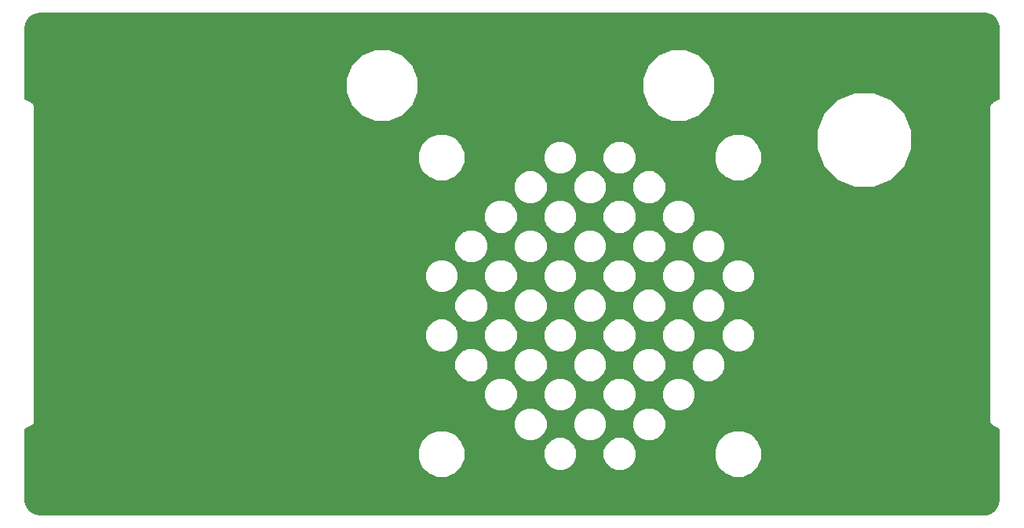
<source format=gtl>
G04 #@! TF.GenerationSoftware,KiCad,Pcbnew,5.0.2-bee76a0~70~ubuntu16.04.1*
G04 #@! TF.CreationDate,2019-08-25T20:37:00-07:00*
G04 #@! TF.ProjectId,endcap,656e6463-6170-42e6-9b69-6361645f7063,rev?*
G04 #@! TF.SameCoordinates,PX2faf080PY2faf080*
G04 #@! TF.FileFunction,Copper,L1,Top*
G04 #@! TF.FilePolarity,Positive*
%FSLAX46Y46*%
G04 Gerber Fmt 4.6, Leading zero omitted, Abs format (unit mm)*
G04 Created by KiCad (PCBNEW 5.0.2-bee76a0~70~ubuntu16.04.1) date Sun 25 Aug 2019 08:37:00 PM PDT*
%MOMM*%
%LPD*%
G01*
G04 APERTURE LIST*
G04 #@! TA.AperFunction,ComponentPad*
%ADD10C,4.900000*%
G04 #@! TD*
G04 #@! TA.AperFunction,Conductor*
%ADD11C,0.200000*%
G04 #@! TD*
G04 APERTURE END LIST*
D10*
G04 #@! TO.P,MH1,1*
G04 #@! TO.N,Earth*
X4875000Y-3750000D03*
G04 #@! TD*
G04 #@! TO.P,MH2,1*
G04 #@! TO.N,Earth*
X101125000Y-3750000D03*
G04 #@! TD*
G04 #@! TO.P,MH3,1*
G04 #@! TO.N,Earth*
X101125000Y-51250000D03*
G04 #@! TD*
G04 #@! TO.P,MH4,1*
G04 #@! TO.N,Earth*
X4875000Y-51250000D03*
G04 #@! TD*
D11*
G04 #@! TO.N,Earth*
G36*
X104426658Y-540949D02*
X104819014Y-719342D01*
X105145532Y-1000688D01*
X105379961Y-1362368D01*
X105508162Y-1791043D01*
X105525000Y-2017627D01*
X105525001Y-9706433D01*
X104844694Y-10046588D01*
X104814665Y-10052561D01*
X104760903Y-10088483D01*
X104745734Y-10096068D01*
X104722095Y-10114414D01*
X104657545Y-10157545D01*
X104647876Y-10172015D01*
X104634131Y-10182683D01*
X104595690Y-10250118D01*
X104552561Y-10314666D01*
X104549166Y-10331734D01*
X104540549Y-10346850D01*
X104530842Y-10423853D01*
X104525000Y-10453222D01*
X104525000Y-10470196D01*
X104516915Y-10534332D01*
X104525000Y-10563856D01*
X104525001Y-44436141D01*
X104516915Y-44465668D01*
X104525001Y-44529812D01*
X104525001Y-44546779D01*
X104530841Y-44576136D01*
X104540549Y-44653150D01*
X104549167Y-44668269D01*
X104552562Y-44685335D01*
X104595687Y-44749876D01*
X104634131Y-44817317D01*
X104647878Y-44827986D01*
X104657546Y-44842455D01*
X104722089Y-44885581D01*
X104745734Y-44903932D01*
X104760907Y-44911519D01*
X104814666Y-44947439D01*
X104844694Y-44953412D01*
X105525000Y-45293566D01*
X105525001Y-52966151D01*
X105459052Y-53426656D01*
X105280658Y-53819015D01*
X104999312Y-54145532D01*
X104637631Y-54379962D01*
X104208957Y-54508162D01*
X103982374Y-54525000D01*
X2033842Y-54525000D01*
X1573344Y-54459052D01*
X1180985Y-54280658D01*
X854468Y-53999312D01*
X620038Y-53637631D01*
X491838Y-53208957D01*
X475000Y-52982374D01*
X475000Y-47492774D01*
X42850000Y-47492774D01*
X42850000Y-48507226D01*
X43238215Y-49444459D01*
X43955541Y-50161785D01*
X44892774Y-50550000D01*
X45907226Y-50550000D01*
X46844459Y-50161785D01*
X47561785Y-49444459D01*
X47950000Y-48507226D01*
X47950000Y-47641958D01*
X56400000Y-47641958D01*
X56400000Y-48358042D01*
X56674034Y-49019618D01*
X57180382Y-49525966D01*
X57841958Y-49800000D01*
X58558042Y-49800000D01*
X59219618Y-49525966D01*
X59725966Y-49019618D01*
X60000000Y-48358042D01*
X60000000Y-47641958D01*
X62800000Y-47641958D01*
X62800000Y-48358042D01*
X63074034Y-49019618D01*
X63580382Y-49525966D01*
X64241958Y-49800000D01*
X64958042Y-49800000D01*
X65619618Y-49525966D01*
X66125966Y-49019618D01*
X66400000Y-48358042D01*
X66400000Y-47641958D01*
X66338206Y-47492774D01*
X74850000Y-47492774D01*
X74850000Y-48507226D01*
X75238215Y-49444459D01*
X75955541Y-50161785D01*
X76892774Y-50550000D01*
X77907226Y-50550000D01*
X78844459Y-50161785D01*
X79561785Y-49444459D01*
X79950000Y-48507226D01*
X79950000Y-47492774D01*
X79561785Y-46555541D01*
X78844459Y-45838215D01*
X77907226Y-45450000D01*
X76892774Y-45450000D01*
X75955541Y-45838215D01*
X75238215Y-46555541D01*
X74850000Y-47492774D01*
X66338206Y-47492774D01*
X66125966Y-46980382D01*
X65619618Y-46474034D01*
X64958042Y-46200000D01*
X64241958Y-46200000D01*
X63580382Y-46474034D01*
X63074034Y-46980382D01*
X62800000Y-47641958D01*
X60000000Y-47641958D01*
X59725966Y-46980382D01*
X59219618Y-46474034D01*
X58558042Y-46200000D01*
X57841958Y-46200000D01*
X57180382Y-46474034D01*
X56674034Y-46980382D01*
X56400000Y-47641958D01*
X47950000Y-47641958D01*
X47950000Y-47492774D01*
X47561785Y-46555541D01*
X46844459Y-45838215D01*
X45907226Y-45450000D01*
X44892774Y-45450000D01*
X43955541Y-45838215D01*
X43238215Y-46555541D01*
X42850000Y-47492774D01*
X475000Y-47492774D01*
X475000Y-45293566D01*
X1155309Y-44953411D01*
X1185334Y-44947439D01*
X1239088Y-44911522D01*
X1254266Y-44903933D01*
X1277916Y-44885578D01*
X1342455Y-44842455D01*
X1352122Y-44827987D01*
X1365869Y-44817318D01*
X1404311Y-44749880D01*
X1447439Y-44685335D01*
X1450834Y-44668267D01*
X1459451Y-44653151D01*
X1469158Y-44576149D01*
X1475000Y-44546779D01*
X1475000Y-44529804D01*
X1483085Y-44465668D01*
X1476593Y-44441958D01*
X53200000Y-44441958D01*
X53200000Y-45158042D01*
X53474034Y-45819618D01*
X53980382Y-46325966D01*
X54641958Y-46600000D01*
X55358042Y-46600000D01*
X56019618Y-46325966D01*
X56525966Y-45819618D01*
X56800000Y-45158042D01*
X56800000Y-44441958D01*
X59600000Y-44441958D01*
X59600000Y-45158042D01*
X59874034Y-45819618D01*
X60380382Y-46325966D01*
X61041958Y-46600000D01*
X61758042Y-46600000D01*
X62419618Y-46325966D01*
X62925966Y-45819618D01*
X63200000Y-45158042D01*
X63200000Y-44441958D01*
X66000000Y-44441958D01*
X66000000Y-45158042D01*
X66274034Y-45819618D01*
X66780382Y-46325966D01*
X67441958Y-46600000D01*
X68158042Y-46600000D01*
X68819618Y-46325966D01*
X69325966Y-45819618D01*
X69600000Y-45158042D01*
X69600000Y-44441958D01*
X69325966Y-43780382D01*
X68819618Y-43274034D01*
X68158042Y-43000000D01*
X67441958Y-43000000D01*
X66780382Y-43274034D01*
X66274034Y-43780382D01*
X66000000Y-44441958D01*
X63200000Y-44441958D01*
X62925966Y-43780382D01*
X62419618Y-43274034D01*
X61758042Y-43000000D01*
X61041958Y-43000000D01*
X60380382Y-43274034D01*
X59874034Y-43780382D01*
X59600000Y-44441958D01*
X56800000Y-44441958D01*
X56525966Y-43780382D01*
X56019618Y-43274034D01*
X55358042Y-43000000D01*
X54641958Y-43000000D01*
X53980382Y-43274034D01*
X53474034Y-43780382D01*
X53200000Y-44441958D01*
X1476593Y-44441958D01*
X1475000Y-44436144D01*
X1475000Y-41241958D01*
X50000000Y-41241958D01*
X50000000Y-41958042D01*
X50274034Y-42619618D01*
X50780382Y-43125966D01*
X51441958Y-43400000D01*
X52158042Y-43400000D01*
X52819618Y-43125966D01*
X53325966Y-42619618D01*
X53600000Y-41958042D01*
X53600000Y-41241958D01*
X56400000Y-41241958D01*
X56400000Y-41958042D01*
X56674034Y-42619618D01*
X57180382Y-43125966D01*
X57841958Y-43400000D01*
X58558042Y-43400000D01*
X59219618Y-43125966D01*
X59725966Y-42619618D01*
X60000000Y-41958042D01*
X60000000Y-41241958D01*
X62800000Y-41241958D01*
X62800000Y-41958042D01*
X63074034Y-42619618D01*
X63580382Y-43125966D01*
X64241958Y-43400000D01*
X64958042Y-43400000D01*
X65619618Y-43125966D01*
X66125966Y-42619618D01*
X66400000Y-41958042D01*
X66400000Y-41241958D01*
X69200000Y-41241958D01*
X69200000Y-41958042D01*
X69474034Y-42619618D01*
X69980382Y-43125966D01*
X70641958Y-43400000D01*
X71358042Y-43400000D01*
X72019618Y-43125966D01*
X72525966Y-42619618D01*
X72800000Y-41958042D01*
X72800000Y-41241958D01*
X72525966Y-40580382D01*
X72019618Y-40074034D01*
X71358042Y-39800000D01*
X70641958Y-39800000D01*
X69980382Y-40074034D01*
X69474034Y-40580382D01*
X69200000Y-41241958D01*
X66400000Y-41241958D01*
X66125966Y-40580382D01*
X65619618Y-40074034D01*
X64958042Y-39800000D01*
X64241958Y-39800000D01*
X63580382Y-40074034D01*
X63074034Y-40580382D01*
X62800000Y-41241958D01*
X60000000Y-41241958D01*
X59725966Y-40580382D01*
X59219618Y-40074034D01*
X58558042Y-39800000D01*
X57841958Y-39800000D01*
X57180382Y-40074034D01*
X56674034Y-40580382D01*
X56400000Y-41241958D01*
X53600000Y-41241958D01*
X53325966Y-40580382D01*
X52819618Y-40074034D01*
X52158042Y-39800000D01*
X51441958Y-39800000D01*
X50780382Y-40074034D01*
X50274034Y-40580382D01*
X50000000Y-41241958D01*
X1475000Y-41241958D01*
X1475000Y-38041958D01*
X46800000Y-38041958D01*
X46800000Y-38758042D01*
X47074034Y-39419618D01*
X47580382Y-39925966D01*
X48241958Y-40200000D01*
X48958042Y-40200000D01*
X49619618Y-39925966D01*
X50125966Y-39419618D01*
X50400000Y-38758042D01*
X50400000Y-38041958D01*
X53200000Y-38041958D01*
X53200000Y-38758042D01*
X53474034Y-39419618D01*
X53980382Y-39925966D01*
X54641958Y-40200000D01*
X55358042Y-40200000D01*
X56019618Y-39925966D01*
X56525966Y-39419618D01*
X56800000Y-38758042D01*
X56800000Y-38041958D01*
X59600000Y-38041958D01*
X59600000Y-38758042D01*
X59874034Y-39419618D01*
X60380382Y-39925966D01*
X61041958Y-40200000D01*
X61758042Y-40200000D01*
X62419618Y-39925966D01*
X62925966Y-39419618D01*
X63200000Y-38758042D01*
X63200000Y-38041958D01*
X66000000Y-38041958D01*
X66000000Y-38758042D01*
X66274034Y-39419618D01*
X66780382Y-39925966D01*
X67441958Y-40200000D01*
X68158042Y-40200000D01*
X68819618Y-39925966D01*
X69325966Y-39419618D01*
X69600000Y-38758042D01*
X69600000Y-38041958D01*
X72400000Y-38041958D01*
X72400000Y-38758042D01*
X72674034Y-39419618D01*
X73180382Y-39925966D01*
X73841958Y-40200000D01*
X74558042Y-40200000D01*
X75219618Y-39925966D01*
X75725966Y-39419618D01*
X76000000Y-38758042D01*
X76000000Y-38041958D01*
X75725966Y-37380382D01*
X75219618Y-36874034D01*
X74558042Y-36600000D01*
X73841958Y-36600000D01*
X73180382Y-36874034D01*
X72674034Y-37380382D01*
X72400000Y-38041958D01*
X69600000Y-38041958D01*
X69325966Y-37380382D01*
X68819618Y-36874034D01*
X68158042Y-36600000D01*
X67441958Y-36600000D01*
X66780382Y-36874034D01*
X66274034Y-37380382D01*
X66000000Y-38041958D01*
X63200000Y-38041958D01*
X62925966Y-37380382D01*
X62419618Y-36874034D01*
X61758042Y-36600000D01*
X61041958Y-36600000D01*
X60380382Y-36874034D01*
X59874034Y-37380382D01*
X59600000Y-38041958D01*
X56800000Y-38041958D01*
X56525966Y-37380382D01*
X56019618Y-36874034D01*
X55358042Y-36600000D01*
X54641958Y-36600000D01*
X53980382Y-36874034D01*
X53474034Y-37380382D01*
X53200000Y-38041958D01*
X50400000Y-38041958D01*
X50125966Y-37380382D01*
X49619618Y-36874034D01*
X48958042Y-36600000D01*
X48241958Y-36600000D01*
X47580382Y-36874034D01*
X47074034Y-37380382D01*
X46800000Y-38041958D01*
X1475000Y-38041958D01*
X1475000Y-34841958D01*
X43600000Y-34841958D01*
X43600000Y-35558042D01*
X43874034Y-36219618D01*
X44380382Y-36725966D01*
X45041958Y-37000000D01*
X45758042Y-37000000D01*
X46419618Y-36725966D01*
X46925966Y-36219618D01*
X47200000Y-35558042D01*
X47200000Y-34841958D01*
X50000000Y-34841958D01*
X50000000Y-35558042D01*
X50274034Y-36219618D01*
X50780382Y-36725966D01*
X51441958Y-37000000D01*
X52158042Y-37000000D01*
X52819618Y-36725966D01*
X53325966Y-36219618D01*
X53600000Y-35558042D01*
X53600000Y-34841958D01*
X56400000Y-34841958D01*
X56400000Y-35558042D01*
X56674034Y-36219618D01*
X57180382Y-36725966D01*
X57841958Y-37000000D01*
X58558042Y-37000000D01*
X59219618Y-36725966D01*
X59725966Y-36219618D01*
X60000000Y-35558042D01*
X60000000Y-34841958D01*
X62800000Y-34841958D01*
X62800000Y-35558042D01*
X63074034Y-36219618D01*
X63580382Y-36725966D01*
X64241958Y-37000000D01*
X64958042Y-37000000D01*
X65619618Y-36725966D01*
X66125966Y-36219618D01*
X66400000Y-35558042D01*
X66400000Y-34841958D01*
X69200000Y-34841958D01*
X69200000Y-35558042D01*
X69474034Y-36219618D01*
X69980382Y-36725966D01*
X70641958Y-37000000D01*
X71358042Y-37000000D01*
X72019618Y-36725966D01*
X72525966Y-36219618D01*
X72800000Y-35558042D01*
X72800000Y-34841958D01*
X75600000Y-34841958D01*
X75600000Y-35558042D01*
X75874034Y-36219618D01*
X76380382Y-36725966D01*
X77041958Y-37000000D01*
X77758042Y-37000000D01*
X78419618Y-36725966D01*
X78925966Y-36219618D01*
X79200000Y-35558042D01*
X79200000Y-34841958D01*
X78925966Y-34180382D01*
X78419618Y-33674034D01*
X77758042Y-33400000D01*
X77041958Y-33400000D01*
X76380382Y-33674034D01*
X75874034Y-34180382D01*
X75600000Y-34841958D01*
X72800000Y-34841958D01*
X72525966Y-34180382D01*
X72019618Y-33674034D01*
X71358042Y-33400000D01*
X70641958Y-33400000D01*
X69980382Y-33674034D01*
X69474034Y-34180382D01*
X69200000Y-34841958D01*
X66400000Y-34841958D01*
X66125966Y-34180382D01*
X65619618Y-33674034D01*
X64958042Y-33400000D01*
X64241958Y-33400000D01*
X63580382Y-33674034D01*
X63074034Y-34180382D01*
X62800000Y-34841958D01*
X60000000Y-34841958D01*
X59725966Y-34180382D01*
X59219618Y-33674034D01*
X58558042Y-33400000D01*
X57841958Y-33400000D01*
X57180382Y-33674034D01*
X56674034Y-34180382D01*
X56400000Y-34841958D01*
X53600000Y-34841958D01*
X53325966Y-34180382D01*
X52819618Y-33674034D01*
X52158042Y-33400000D01*
X51441958Y-33400000D01*
X50780382Y-33674034D01*
X50274034Y-34180382D01*
X50000000Y-34841958D01*
X47200000Y-34841958D01*
X46925966Y-34180382D01*
X46419618Y-33674034D01*
X45758042Y-33400000D01*
X45041958Y-33400000D01*
X44380382Y-33674034D01*
X43874034Y-34180382D01*
X43600000Y-34841958D01*
X1475000Y-34841958D01*
X1475000Y-31641958D01*
X46800000Y-31641958D01*
X46800000Y-32358042D01*
X47074034Y-33019618D01*
X47580382Y-33525966D01*
X48241958Y-33800000D01*
X48958042Y-33800000D01*
X49619618Y-33525966D01*
X50125966Y-33019618D01*
X50400000Y-32358042D01*
X50400000Y-31641958D01*
X53200000Y-31641958D01*
X53200000Y-32358042D01*
X53474034Y-33019618D01*
X53980382Y-33525966D01*
X54641958Y-33800000D01*
X55358042Y-33800000D01*
X56019618Y-33525966D01*
X56525966Y-33019618D01*
X56800000Y-32358042D01*
X56800000Y-31641958D01*
X59600000Y-31641958D01*
X59600000Y-32358042D01*
X59874034Y-33019618D01*
X60380382Y-33525966D01*
X61041958Y-33800000D01*
X61758042Y-33800000D01*
X62419618Y-33525966D01*
X62925966Y-33019618D01*
X63200000Y-32358042D01*
X63200000Y-31641958D01*
X66000000Y-31641958D01*
X66000000Y-32358042D01*
X66274034Y-33019618D01*
X66780382Y-33525966D01*
X67441958Y-33800000D01*
X68158042Y-33800000D01*
X68819618Y-33525966D01*
X69325966Y-33019618D01*
X69600000Y-32358042D01*
X69600000Y-31641958D01*
X72400000Y-31641958D01*
X72400000Y-32358042D01*
X72674034Y-33019618D01*
X73180382Y-33525966D01*
X73841958Y-33800000D01*
X74558042Y-33800000D01*
X75219618Y-33525966D01*
X75725966Y-33019618D01*
X76000000Y-32358042D01*
X76000000Y-31641958D01*
X75725966Y-30980382D01*
X75219618Y-30474034D01*
X74558042Y-30200000D01*
X73841958Y-30200000D01*
X73180382Y-30474034D01*
X72674034Y-30980382D01*
X72400000Y-31641958D01*
X69600000Y-31641958D01*
X69325966Y-30980382D01*
X68819618Y-30474034D01*
X68158042Y-30200000D01*
X67441958Y-30200000D01*
X66780382Y-30474034D01*
X66274034Y-30980382D01*
X66000000Y-31641958D01*
X63200000Y-31641958D01*
X62925966Y-30980382D01*
X62419618Y-30474034D01*
X61758042Y-30200000D01*
X61041958Y-30200000D01*
X60380382Y-30474034D01*
X59874034Y-30980382D01*
X59600000Y-31641958D01*
X56800000Y-31641958D01*
X56525966Y-30980382D01*
X56019618Y-30474034D01*
X55358042Y-30200000D01*
X54641958Y-30200000D01*
X53980382Y-30474034D01*
X53474034Y-30980382D01*
X53200000Y-31641958D01*
X50400000Y-31641958D01*
X50125966Y-30980382D01*
X49619618Y-30474034D01*
X48958042Y-30200000D01*
X48241958Y-30200000D01*
X47580382Y-30474034D01*
X47074034Y-30980382D01*
X46800000Y-31641958D01*
X1475000Y-31641958D01*
X1475000Y-28441958D01*
X43600000Y-28441958D01*
X43600000Y-29158042D01*
X43874034Y-29819618D01*
X44380382Y-30325966D01*
X45041958Y-30600000D01*
X45758042Y-30600000D01*
X46419618Y-30325966D01*
X46925966Y-29819618D01*
X47200000Y-29158042D01*
X47200000Y-28441958D01*
X50000000Y-28441958D01*
X50000000Y-29158042D01*
X50274034Y-29819618D01*
X50780382Y-30325966D01*
X51441958Y-30600000D01*
X52158042Y-30600000D01*
X52819618Y-30325966D01*
X53325966Y-29819618D01*
X53600000Y-29158042D01*
X53600000Y-28441958D01*
X56400000Y-28441958D01*
X56400000Y-29158042D01*
X56674034Y-29819618D01*
X57180382Y-30325966D01*
X57841958Y-30600000D01*
X58558042Y-30600000D01*
X59219618Y-30325966D01*
X59725966Y-29819618D01*
X60000000Y-29158042D01*
X60000000Y-28441958D01*
X62800000Y-28441958D01*
X62800000Y-29158042D01*
X63074034Y-29819618D01*
X63580382Y-30325966D01*
X64241958Y-30600000D01*
X64958042Y-30600000D01*
X65619618Y-30325966D01*
X66125966Y-29819618D01*
X66400000Y-29158042D01*
X66400000Y-28441958D01*
X69200000Y-28441958D01*
X69200000Y-29158042D01*
X69474034Y-29819618D01*
X69980382Y-30325966D01*
X70641958Y-30600000D01*
X71358042Y-30600000D01*
X72019618Y-30325966D01*
X72525966Y-29819618D01*
X72800000Y-29158042D01*
X72800000Y-28441958D01*
X75600000Y-28441958D01*
X75600000Y-29158042D01*
X75874034Y-29819618D01*
X76380382Y-30325966D01*
X77041958Y-30600000D01*
X77758042Y-30600000D01*
X78419618Y-30325966D01*
X78925966Y-29819618D01*
X79200000Y-29158042D01*
X79200000Y-28441958D01*
X78925966Y-27780382D01*
X78419618Y-27274034D01*
X77758042Y-27000000D01*
X77041958Y-27000000D01*
X76380382Y-27274034D01*
X75874034Y-27780382D01*
X75600000Y-28441958D01*
X72800000Y-28441958D01*
X72525966Y-27780382D01*
X72019618Y-27274034D01*
X71358042Y-27000000D01*
X70641958Y-27000000D01*
X69980382Y-27274034D01*
X69474034Y-27780382D01*
X69200000Y-28441958D01*
X66400000Y-28441958D01*
X66125966Y-27780382D01*
X65619618Y-27274034D01*
X64958042Y-27000000D01*
X64241958Y-27000000D01*
X63580382Y-27274034D01*
X63074034Y-27780382D01*
X62800000Y-28441958D01*
X60000000Y-28441958D01*
X59725966Y-27780382D01*
X59219618Y-27274034D01*
X58558042Y-27000000D01*
X57841958Y-27000000D01*
X57180382Y-27274034D01*
X56674034Y-27780382D01*
X56400000Y-28441958D01*
X53600000Y-28441958D01*
X53325966Y-27780382D01*
X52819618Y-27274034D01*
X52158042Y-27000000D01*
X51441958Y-27000000D01*
X50780382Y-27274034D01*
X50274034Y-27780382D01*
X50000000Y-28441958D01*
X47200000Y-28441958D01*
X46925966Y-27780382D01*
X46419618Y-27274034D01*
X45758042Y-27000000D01*
X45041958Y-27000000D01*
X44380382Y-27274034D01*
X43874034Y-27780382D01*
X43600000Y-28441958D01*
X1475000Y-28441958D01*
X1475000Y-25241958D01*
X46800000Y-25241958D01*
X46800000Y-25958042D01*
X47074034Y-26619618D01*
X47580382Y-27125966D01*
X48241958Y-27400000D01*
X48958042Y-27400000D01*
X49619618Y-27125966D01*
X50125966Y-26619618D01*
X50400000Y-25958042D01*
X50400000Y-25241958D01*
X53200000Y-25241958D01*
X53200000Y-25958042D01*
X53474034Y-26619618D01*
X53980382Y-27125966D01*
X54641958Y-27400000D01*
X55358042Y-27400000D01*
X56019618Y-27125966D01*
X56525966Y-26619618D01*
X56800000Y-25958042D01*
X56800000Y-25241958D01*
X59600000Y-25241958D01*
X59600000Y-25958042D01*
X59874034Y-26619618D01*
X60380382Y-27125966D01*
X61041958Y-27400000D01*
X61758042Y-27400000D01*
X62419618Y-27125966D01*
X62925966Y-26619618D01*
X63200000Y-25958042D01*
X63200000Y-25241958D01*
X66000000Y-25241958D01*
X66000000Y-25958042D01*
X66274034Y-26619618D01*
X66780382Y-27125966D01*
X67441958Y-27400000D01*
X68158042Y-27400000D01*
X68819618Y-27125966D01*
X69325966Y-26619618D01*
X69600000Y-25958042D01*
X69600000Y-25241958D01*
X72400000Y-25241958D01*
X72400000Y-25958042D01*
X72674034Y-26619618D01*
X73180382Y-27125966D01*
X73841958Y-27400000D01*
X74558042Y-27400000D01*
X75219618Y-27125966D01*
X75725966Y-26619618D01*
X76000000Y-25958042D01*
X76000000Y-25241958D01*
X75725966Y-24580382D01*
X75219618Y-24074034D01*
X74558042Y-23800000D01*
X73841958Y-23800000D01*
X73180382Y-24074034D01*
X72674034Y-24580382D01*
X72400000Y-25241958D01*
X69600000Y-25241958D01*
X69325966Y-24580382D01*
X68819618Y-24074034D01*
X68158042Y-23800000D01*
X67441958Y-23800000D01*
X66780382Y-24074034D01*
X66274034Y-24580382D01*
X66000000Y-25241958D01*
X63200000Y-25241958D01*
X62925966Y-24580382D01*
X62419618Y-24074034D01*
X61758042Y-23800000D01*
X61041958Y-23800000D01*
X60380382Y-24074034D01*
X59874034Y-24580382D01*
X59600000Y-25241958D01*
X56800000Y-25241958D01*
X56525966Y-24580382D01*
X56019618Y-24074034D01*
X55358042Y-23800000D01*
X54641958Y-23800000D01*
X53980382Y-24074034D01*
X53474034Y-24580382D01*
X53200000Y-25241958D01*
X50400000Y-25241958D01*
X50125966Y-24580382D01*
X49619618Y-24074034D01*
X48958042Y-23800000D01*
X48241958Y-23800000D01*
X47580382Y-24074034D01*
X47074034Y-24580382D01*
X46800000Y-25241958D01*
X1475000Y-25241958D01*
X1475000Y-22041958D01*
X50000000Y-22041958D01*
X50000000Y-22758042D01*
X50274034Y-23419618D01*
X50780382Y-23925966D01*
X51441958Y-24200000D01*
X52158042Y-24200000D01*
X52819618Y-23925966D01*
X53325966Y-23419618D01*
X53600000Y-22758042D01*
X53600000Y-22041958D01*
X56400000Y-22041958D01*
X56400000Y-22758042D01*
X56674034Y-23419618D01*
X57180382Y-23925966D01*
X57841958Y-24200000D01*
X58558042Y-24200000D01*
X59219618Y-23925966D01*
X59725966Y-23419618D01*
X60000000Y-22758042D01*
X60000000Y-22041958D01*
X62800000Y-22041958D01*
X62800000Y-22758042D01*
X63074034Y-23419618D01*
X63580382Y-23925966D01*
X64241958Y-24200000D01*
X64958042Y-24200000D01*
X65619618Y-23925966D01*
X66125966Y-23419618D01*
X66400000Y-22758042D01*
X66400000Y-22041958D01*
X69200000Y-22041958D01*
X69200000Y-22758042D01*
X69474034Y-23419618D01*
X69980382Y-23925966D01*
X70641958Y-24200000D01*
X71358042Y-24200000D01*
X72019618Y-23925966D01*
X72525966Y-23419618D01*
X72800000Y-22758042D01*
X72800000Y-22041958D01*
X72525966Y-21380382D01*
X72019618Y-20874034D01*
X71358042Y-20600000D01*
X70641958Y-20600000D01*
X69980382Y-20874034D01*
X69474034Y-21380382D01*
X69200000Y-22041958D01*
X66400000Y-22041958D01*
X66125966Y-21380382D01*
X65619618Y-20874034D01*
X64958042Y-20600000D01*
X64241958Y-20600000D01*
X63580382Y-20874034D01*
X63074034Y-21380382D01*
X62800000Y-22041958D01*
X60000000Y-22041958D01*
X59725966Y-21380382D01*
X59219618Y-20874034D01*
X58558042Y-20600000D01*
X57841958Y-20600000D01*
X57180382Y-20874034D01*
X56674034Y-21380382D01*
X56400000Y-22041958D01*
X53600000Y-22041958D01*
X53325966Y-21380382D01*
X52819618Y-20874034D01*
X52158042Y-20600000D01*
X51441958Y-20600000D01*
X50780382Y-20874034D01*
X50274034Y-21380382D01*
X50000000Y-22041958D01*
X1475000Y-22041958D01*
X1475000Y-18841958D01*
X53200000Y-18841958D01*
X53200000Y-19558042D01*
X53474034Y-20219618D01*
X53980382Y-20725966D01*
X54641958Y-21000000D01*
X55358042Y-21000000D01*
X56019618Y-20725966D01*
X56525966Y-20219618D01*
X56800000Y-19558042D01*
X56800000Y-18841958D01*
X59600000Y-18841958D01*
X59600000Y-19558042D01*
X59874034Y-20219618D01*
X60380382Y-20725966D01*
X61041958Y-21000000D01*
X61758042Y-21000000D01*
X62419618Y-20725966D01*
X62925966Y-20219618D01*
X63200000Y-19558042D01*
X63200000Y-18841958D01*
X66000000Y-18841958D01*
X66000000Y-19558042D01*
X66274034Y-20219618D01*
X66780382Y-20725966D01*
X67441958Y-21000000D01*
X68158042Y-21000000D01*
X68819618Y-20725966D01*
X69325966Y-20219618D01*
X69600000Y-19558042D01*
X69600000Y-18841958D01*
X69325966Y-18180382D01*
X68819618Y-17674034D01*
X68158042Y-17400000D01*
X67441958Y-17400000D01*
X66780382Y-17674034D01*
X66274034Y-18180382D01*
X66000000Y-18841958D01*
X63200000Y-18841958D01*
X62925966Y-18180382D01*
X62419618Y-17674034D01*
X61758042Y-17400000D01*
X61041958Y-17400000D01*
X60380382Y-17674034D01*
X59874034Y-18180382D01*
X59600000Y-18841958D01*
X56800000Y-18841958D01*
X56525966Y-18180382D01*
X56019618Y-17674034D01*
X55358042Y-17400000D01*
X54641958Y-17400000D01*
X53980382Y-17674034D01*
X53474034Y-18180382D01*
X53200000Y-18841958D01*
X1475000Y-18841958D01*
X1475000Y-15492774D01*
X42850000Y-15492774D01*
X42850000Y-16507226D01*
X43238215Y-17444459D01*
X43955541Y-18161785D01*
X44892774Y-18550000D01*
X45907226Y-18550000D01*
X46844459Y-18161785D01*
X47561785Y-17444459D01*
X47950000Y-16507226D01*
X47950000Y-15641958D01*
X56400000Y-15641958D01*
X56400000Y-16358042D01*
X56674034Y-17019618D01*
X57180382Y-17525966D01*
X57841958Y-17800000D01*
X58558042Y-17800000D01*
X59219618Y-17525966D01*
X59725966Y-17019618D01*
X60000000Y-16358042D01*
X60000000Y-15641958D01*
X62800000Y-15641958D01*
X62800000Y-16358042D01*
X63074034Y-17019618D01*
X63580382Y-17525966D01*
X64241958Y-17800000D01*
X64958042Y-17800000D01*
X65619618Y-17525966D01*
X66125966Y-17019618D01*
X66400000Y-16358042D01*
X66400000Y-15641958D01*
X66338206Y-15492774D01*
X74850000Y-15492774D01*
X74850000Y-16507226D01*
X75238215Y-17444459D01*
X75955541Y-18161785D01*
X76892774Y-18550000D01*
X77907226Y-18550000D01*
X78844459Y-18161785D01*
X79561785Y-17444459D01*
X79950000Y-16507226D01*
X79950000Y-15492774D01*
X79561785Y-14555541D01*
X78844459Y-13838215D01*
X77907226Y-13450000D01*
X76892774Y-13450000D01*
X75955541Y-13838215D01*
X75238215Y-14555541D01*
X74850000Y-15492774D01*
X66338206Y-15492774D01*
X66125966Y-14980382D01*
X65619618Y-14474034D01*
X64958042Y-14200000D01*
X64241958Y-14200000D01*
X63580382Y-14474034D01*
X63074034Y-14980382D01*
X62800000Y-15641958D01*
X60000000Y-15641958D01*
X59725966Y-14980382D01*
X59219618Y-14474034D01*
X58558042Y-14200000D01*
X57841958Y-14200000D01*
X57180382Y-14474034D01*
X56674034Y-14980382D01*
X56400000Y-15641958D01*
X47950000Y-15641958D01*
X47950000Y-15492774D01*
X47561785Y-14555541D01*
X46844459Y-13838215D01*
X45907226Y-13450000D01*
X44892774Y-13450000D01*
X43955541Y-13838215D01*
X43238215Y-14555541D01*
X42850000Y-15492774D01*
X1475000Y-15492774D01*
X1475000Y-13075601D01*
X85850000Y-13075601D01*
X85850000Y-15124399D01*
X86634041Y-17017240D01*
X88082760Y-18465959D01*
X89975601Y-19250000D01*
X92024399Y-19250000D01*
X93917240Y-18465959D01*
X95365959Y-17017240D01*
X96150000Y-15124399D01*
X96150000Y-13075601D01*
X95365959Y-11182760D01*
X93917240Y-9734041D01*
X92024399Y-8950000D01*
X89975601Y-8950000D01*
X88082760Y-9734041D01*
X86634041Y-11182760D01*
X85850000Y-13075601D01*
X1475000Y-13075601D01*
X1475000Y-10563856D01*
X1483085Y-10534332D01*
X1475000Y-10470196D01*
X1475000Y-10453221D01*
X1469158Y-10423851D01*
X1459451Y-10346849D01*
X1450834Y-10331733D01*
X1447439Y-10314665D01*
X1404311Y-10250120D01*
X1365869Y-10182682D01*
X1352122Y-10172013D01*
X1342455Y-10157545D01*
X1277914Y-10114420D01*
X1254266Y-10096067D01*
X1239091Y-10088479D01*
X1185335Y-10052561D01*
X1155309Y-10046588D01*
X475000Y-9706434D01*
X475000Y-7459242D01*
X35100000Y-7459242D01*
X35100000Y-9010758D01*
X35693739Y-10444173D01*
X36790827Y-11541261D01*
X38224242Y-12135000D01*
X39775758Y-12135000D01*
X41209173Y-11541261D01*
X42306261Y-10444173D01*
X42900000Y-9010758D01*
X42900000Y-7459242D01*
X67100000Y-7459242D01*
X67100000Y-9010758D01*
X67693739Y-10444173D01*
X68790827Y-11541261D01*
X70224242Y-12135000D01*
X71775758Y-12135000D01*
X73209173Y-11541261D01*
X74306261Y-10444173D01*
X74900000Y-9010758D01*
X74900000Y-7459242D01*
X74306261Y-6025827D01*
X73209173Y-4928739D01*
X71775758Y-4335000D01*
X70224242Y-4335000D01*
X68790827Y-4928739D01*
X67693739Y-6025827D01*
X67100000Y-7459242D01*
X42900000Y-7459242D01*
X42306261Y-6025827D01*
X41209173Y-4928739D01*
X39775758Y-4335000D01*
X38224242Y-4335000D01*
X36790827Y-4928739D01*
X35693739Y-6025827D01*
X35100000Y-7459242D01*
X475000Y-7459242D01*
X475000Y-2033842D01*
X540949Y-1573342D01*
X719342Y-1180986D01*
X1000688Y-854468D01*
X1362368Y-620039D01*
X1791043Y-491838D01*
X2017626Y-475000D01*
X103966158Y-475000D01*
X104426658Y-540949D01*
X104426658Y-540949D01*
G37*
X104426658Y-540949D02*
X104819014Y-719342D01*
X105145532Y-1000688D01*
X105379961Y-1362368D01*
X105508162Y-1791043D01*
X105525000Y-2017627D01*
X105525001Y-9706433D01*
X104844694Y-10046588D01*
X104814665Y-10052561D01*
X104760903Y-10088483D01*
X104745734Y-10096068D01*
X104722095Y-10114414D01*
X104657545Y-10157545D01*
X104647876Y-10172015D01*
X104634131Y-10182683D01*
X104595690Y-10250118D01*
X104552561Y-10314666D01*
X104549166Y-10331734D01*
X104540549Y-10346850D01*
X104530842Y-10423853D01*
X104525000Y-10453222D01*
X104525000Y-10470196D01*
X104516915Y-10534332D01*
X104525000Y-10563856D01*
X104525001Y-44436141D01*
X104516915Y-44465668D01*
X104525001Y-44529812D01*
X104525001Y-44546779D01*
X104530841Y-44576136D01*
X104540549Y-44653150D01*
X104549167Y-44668269D01*
X104552562Y-44685335D01*
X104595687Y-44749876D01*
X104634131Y-44817317D01*
X104647878Y-44827986D01*
X104657546Y-44842455D01*
X104722089Y-44885581D01*
X104745734Y-44903932D01*
X104760907Y-44911519D01*
X104814666Y-44947439D01*
X104844694Y-44953412D01*
X105525000Y-45293566D01*
X105525001Y-52966151D01*
X105459052Y-53426656D01*
X105280658Y-53819015D01*
X104999312Y-54145532D01*
X104637631Y-54379962D01*
X104208957Y-54508162D01*
X103982374Y-54525000D01*
X2033842Y-54525000D01*
X1573344Y-54459052D01*
X1180985Y-54280658D01*
X854468Y-53999312D01*
X620038Y-53637631D01*
X491838Y-53208957D01*
X475000Y-52982374D01*
X475000Y-47492774D01*
X42850000Y-47492774D01*
X42850000Y-48507226D01*
X43238215Y-49444459D01*
X43955541Y-50161785D01*
X44892774Y-50550000D01*
X45907226Y-50550000D01*
X46844459Y-50161785D01*
X47561785Y-49444459D01*
X47950000Y-48507226D01*
X47950000Y-47641958D01*
X56400000Y-47641958D01*
X56400000Y-48358042D01*
X56674034Y-49019618D01*
X57180382Y-49525966D01*
X57841958Y-49800000D01*
X58558042Y-49800000D01*
X59219618Y-49525966D01*
X59725966Y-49019618D01*
X60000000Y-48358042D01*
X60000000Y-47641958D01*
X62800000Y-47641958D01*
X62800000Y-48358042D01*
X63074034Y-49019618D01*
X63580382Y-49525966D01*
X64241958Y-49800000D01*
X64958042Y-49800000D01*
X65619618Y-49525966D01*
X66125966Y-49019618D01*
X66400000Y-48358042D01*
X66400000Y-47641958D01*
X66338206Y-47492774D01*
X74850000Y-47492774D01*
X74850000Y-48507226D01*
X75238215Y-49444459D01*
X75955541Y-50161785D01*
X76892774Y-50550000D01*
X77907226Y-50550000D01*
X78844459Y-50161785D01*
X79561785Y-49444459D01*
X79950000Y-48507226D01*
X79950000Y-47492774D01*
X79561785Y-46555541D01*
X78844459Y-45838215D01*
X77907226Y-45450000D01*
X76892774Y-45450000D01*
X75955541Y-45838215D01*
X75238215Y-46555541D01*
X74850000Y-47492774D01*
X66338206Y-47492774D01*
X66125966Y-46980382D01*
X65619618Y-46474034D01*
X64958042Y-46200000D01*
X64241958Y-46200000D01*
X63580382Y-46474034D01*
X63074034Y-46980382D01*
X62800000Y-47641958D01*
X60000000Y-47641958D01*
X59725966Y-46980382D01*
X59219618Y-46474034D01*
X58558042Y-46200000D01*
X57841958Y-46200000D01*
X57180382Y-46474034D01*
X56674034Y-46980382D01*
X56400000Y-47641958D01*
X47950000Y-47641958D01*
X47950000Y-47492774D01*
X47561785Y-46555541D01*
X46844459Y-45838215D01*
X45907226Y-45450000D01*
X44892774Y-45450000D01*
X43955541Y-45838215D01*
X43238215Y-46555541D01*
X42850000Y-47492774D01*
X475000Y-47492774D01*
X475000Y-45293566D01*
X1155309Y-44953411D01*
X1185334Y-44947439D01*
X1239088Y-44911522D01*
X1254266Y-44903933D01*
X1277916Y-44885578D01*
X1342455Y-44842455D01*
X1352122Y-44827987D01*
X1365869Y-44817318D01*
X1404311Y-44749880D01*
X1447439Y-44685335D01*
X1450834Y-44668267D01*
X1459451Y-44653151D01*
X1469158Y-44576149D01*
X1475000Y-44546779D01*
X1475000Y-44529804D01*
X1483085Y-44465668D01*
X1476593Y-44441958D01*
X53200000Y-44441958D01*
X53200000Y-45158042D01*
X53474034Y-45819618D01*
X53980382Y-46325966D01*
X54641958Y-46600000D01*
X55358042Y-46600000D01*
X56019618Y-46325966D01*
X56525966Y-45819618D01*
X56800000Y-45158042D01*
X56800000Y-44441958D01*
X59600000Y-44441958D01*
X59600000Y-45158042D01*
X59874034Y-45819618D01*
X60380382Y-46325966D01*
X61041958Y-46600000D01*
X61758042Y-46600000D01*
X62419618Y-46325966D01*
X62925966Y-45819618D01*
X63200000Y-45158042D01*
X63200000Y-44441958D01*
X66000000Y-44441958D01*
X66000000Y-45158042D01*
X66274034Y-45819618D01*
X66780382Y-46325966D01*
X67441958Y-46600000D01*
X68158042Y-46600000D01*
X68819618Y-46325966D01*
X69325966Y-45819618D01*
X69600000Y-45158042D01*
X69600000Y-44441958D01*
X69325966Y-43780382D01*
X68819618Y-43274034D01*
X68158042Y-43000000D01*
X67441958Y-43000000D01*
X66780382Y-43274034D01*
X66274034Y-43780382D01*
X66000000Y-44441958D01*
X63200000Y-44441958D01*
X62925966Y-43780382D01*
X62419618Y-43274034D01*
X61758042Y-43000000D01*
X61041958Y-43000000D01*
X60380382Y-43274034D01*
X59874034Y-43780382D01*
X59600000Y-44441958D01*
X56800000Y-44441958D01*
X56525966Y-43780382D01*
X56019618Y-43274034D01*
X55358042Y-43000000D01*
X54641958Y-43000000D01*
X53980382Y-43274034D01*
X53474034Y-43780382D01*
X53200000Y-44441958D01*
X1476593Y-44441958D01*
X1475000Y-44436144D01*
X1475000Y-41241958D01*
X50000000Y-41241958D01*
X50000000Y-41958042D01*
X50274034Y-42619618D01*
X50780382Y-43125966D01*
X51441958Y-43400000D01*
X52158042Y-43400000D01*
X52819618Y-43125966D01*
X53325966Y-42619618D01*
X53600000Y-41958042D01*
X53600000Y-41241958D01*
X56400000Y-41241958D01*
X56400000Y-41958042D01*
X56674034Y-42619618D01*
X57180382Y-43125966D01*
X57841958Y-43400000D01*
X58558042Y-43400000D01*
X59219618Y-43125966D01*
X59725966Y-42619618D01*
X60000000Y-41958042D01*
X60000000Y-41241958D01*
X62800000Y-41241958D01*
X62800000Y-41958042D01*
X63074034Y-42619618D01*
X63580382Y-43125966D01*
X64241958Y-43400000D01*
X64958042Y-43400000D01*
X65619618Y-43125966D01*
X66125966Y-42619618D01*
X66400000Y-41958042D01*
X66400000Y-41241958D01*
X69200000Y-41241958D01*
X69200000Y-41958042D01*
X69474034Y-42619618D01*
X69980382Y-43125966D01*
X70641958Y-43400000D01*
X71358042Y-43400000D01*
X72019618Y-43125966D01*
X72525966Y-42619618D01*
X72800000Y-41958042D01*
X72800000Y-41241958D01*
X72525966Y-40580382D01*
X72019618Y-40074034D01*
X71358042Y-39800000D01*
X70641958Y-39800000D01*
X69980382Y-40074034D01*
X69474034Y-40580382D01*
X69200000Y-41241958D01*
X66400000Y-41241958D01*
X66125966Y-40580382D01*
X65619618Y-40074034D01*
X64958042Y-39800000D01*
X64241958Y-39800000D01*
X63580382Y-40074034D01*
X63074034Y-40580382D01*
X62800000Y-41241958D01*
X60000000Y-41241958D01*
X59725966Y-40580382D01*
X59219618Y-40074034D01*
X58558042Y-39800000D01*
X57841958Y-39800000D01*
X57180382Y-40074034D01*
X56674034Y-40580382D01*
X56400000Y-41241958D01*
X53600000Y-41241958D01*
X53325966Y-40580382D01*
X52819618Y-40074034D01*
X52158042Y-39800000D01*
X51441958Y-39800000D01*
X50780382Y-40074034D01*
X50274034Y-40580382D01*
X50000000Y-41241958D01*
X1475000Y-41241958D01*
X1475000Y-38041958D01*
X46800000Y-38041958D01*
X46800000Y-38758042D01*
X47074034Y-39419618D01*
X47580382Y-39925966D01*
X48241958Y-40200000D01*
X48958042Y-40200000D01*
X49619618Y-39925966D01*
X50125966Y-39419618D01*
X50400000Y-38758042D01*
X50400000Y-38041958D01*
X53200000Y-38041958D01*
X53200000Y-38758042D01*
X53474034Y-39419618D01*
X53980382Y-39925966D01*
X54641958Y-40200000D01*
X55358042Y-40200000D01*
X56019618Y-39925966D01*
X56525966Y-39419618D01*
X56800000Y-38758042D01*
X56800000Y-38041958D01*
X59600000Y-38041958D01*
X59600000Y-38758042D01*
X59874034Y-39419618D01*
X60380382Y-39925966D01*
X61041958Y-40200000D01*
X61758042Y-40200000D01*
X62419618Y-39925966D01*
X62925966Y-39419618D01*
X63200000Y-38758042D01*
X63200000Y-38041958D01*
X66000000Y-38041958D01*
X66000000Y-38758042D01*
X66274034Y-39419618D01*
X66780382Y-39925966D01*
X67441958Y-40200000D01*
X68158042Y-40200000D01*
X68819618Y-39925966D01*
X69325966Y-39419618D01*
X69600000Y-38758042D01*
X69600000Y-38041958D01*
X72400000Y-38041958D01*
X72400000Y-38758042D01*
X72674034Y-39419618D01*
X73180382Y-39925966D01*
X73841958Y-40200000D01*
X74558042Y-40200000D01*
X75219618Y-39925966D01*
X75725966Y-39419618D01*
X76000000Y-38758042D01*
X76000000Y-38041958D01*
X75725966Y-37380382D01*
X75219618Y-36874034D01*
X74558042Y-36600000D01*
X73841958Y-36600000D01*
X73180382Y-36874034D01*
X72674034Y-37380382D01*
X72400000Y-38041958D01*
X69600000Y-38041958D01*
X69325966Y-37380382D01*
X68819618Y-36874034D01*
X68158042Y-36600000D01*
X67441958Y-36600000D01*
X66780382Y-36874034D01*
X66274034Y-37380382D01*
X66000000Y-38041958D01*
X63200000Y-38041958D01*
X62925966Y-37380382D01*
X62419618Y-36874034D01*
X61758042Y-36600000D01*
X61041958Y-36600000D01*
X60380382Y-36874034D01*
X59874034Y-37380382D01*
X59600000Y-38041958D01*
X56800000Y-38041958D01*
X56525966Y-37380382D01*
X56019618Y-36874034D01*
X55358042Y-36600000D01*
X54641958Y-36600000D01*
X53980382Y-36874034D01*
X53474034Y-37380382D01*
X53200000Y-38041958D01*
X50400000Y-38041958D01*
X50125966Y-37380382D01*
X49619618Y-36874034D01*
X48958042Y-36600000D01*
X48241958Y-36600000D01*
X47580382Y-36874034D01*
X47074034Y-37380382D01*
X46800000Y-38041958D01*
X1475000Y-38041958D01*
X1475000Y-34841958D01*
X43600000Y-34841958D01*
X43600000Y-35558042D01*
X43874034Y-36219618D01*
X44380382Y-36725966D01*
X45041958Y-37000000D01*
X45758042Y-37000000D01*
X46419618Y-36725966D01*
X46925966Y-36219618D01*
X47200000Y-35558042D01*
X47200000Y-34841958D01*
X50000000Y-34841958D01*
X50000000Y-35558042D01*
X50274034Y-36219618D01*
X50780382Y-36725966D01*
X51441958Y-37000000D01*
X52158042Y-37000000D01*
X52819618Y-36725966D01*
X53325966Y-36219618D01*
X53600000Y-35558042D01*
X53600000Y-34841958D01*
X56400000Y-34841958D01*
X56400000Y-35558042D01*
X56674034Y-36219618D01*
X57180382Y-36725966D01*
X57841958Y-37000000D01*
X58558042Y-37000000D01*
X59219618Y-36725966D01*
X59725966Y-36219618D01*
X60000000Y-35558042D01*
X60000000Y-34841958D01*
X62800000Y-34841958D01*
X62800000Y-35558042D01*
X63074034Y-36219618D01*
X63580382Y-36725966D01*
X64241958Y-37000000D01*
X64958042Y-37000000D01*
X65619618Y-36725966D01*
X66125966Y-36219618D01*
X66400000Y-35558042D01*
X66400000Y-34841958D01*
X69200000Y-34841958D01*
X69200000Y-35558042D01*
X69474034Y-36219618D01*
X69980382Y-36725966D01*
X70641958Y-37000000D01*
X71358042Y-37000000D01*
X72019618Y-36725966D01*
X72525966Y-36219618D01*
X72800000Y-35558042D01*
X72800000Y-34841958D01*
X75600000Y-34841958D01*
X75600000Y-35558042D01*
X75874034Y-36219618D01*
X76380382Y-36725966D01*
X77041958Y-37000000D01*
X77758042Y-37000000D01*
X78419618Y-36725966D01*
X78925966Y-36219618D01*
X79200000Y-35558042D01*
X79200000Y-34841958D01*
X78925966Y-34180382D01*
X78419618Y-33674034D01*
X77758042Y-33400000D01*
X77041958Y-33400000D01*
X76380382Y-33674034D01*
X75874034Y-34180382D01*
X75600000Y-34841958D01*
X72800000Y-34841958D01*
X72525966Y-34180382D01*
X72019618Y-33674034D01*
X71358042Y-33400000D01*
X70641958Y-33400000D01*
X69980382Y-33674034D01*
X69474034Y-34180382D01*
X69200000Y-34841958D01*
X66400000Y-34841958D01*
X66125966Y-34180382D01*
X65619618Y-33674034D01*
X64958042Y-33400000D01*
X64241958Y-33400000D01*
X63580382Y-33674034D01*
X63074034Y-34180382D01*
X62800000Y-34841958D01*
X60000000Y-34841958D01*
X59725966Y-34180382D01*
X59219618Y-33674034D01*
X58558042Y-33400000D01*
X57841958Y-33400000D01*
X57180382Y-33674034D01*
X56674034Y-34180382D01*
X56400000Y-34841958D01*
X53600000Y-34841958D01*
X53325966Y-34180382D01*
X52819618Y-33674034D01*
X52158042Y-33400000D01*
X51441958Y-33400000D01*
X50780382Y-33674034D01*
X50274034Y-34180382D01*
X50000000Y-34841958D01*
X47200000Y-34841958D01*
X46925966Y-34180382D01*
X46419618Y-33674034D01*
X45758042Y-33400000D01*
X45041958Y-33400000D01*
X44380382Y-33674034D01*
X43874034Y-34180382D01*
X43600000Y-34841958D01*
X1475000Y-34841958D01*
X1475000Y-31641958D01*
X46800000Y-31641958D01*
X46800000Y-32358042D01*
X47074034Y-33019618D01*
X47580382Y-33525966D01*
X48241958Y-33800000D01*
X48958042Y-33800000D01*
X49619618Y-33525966D01*
X50125966Y-33019618D01*
X50400000Y-32358042D01*
X50400000Y-31641958D01*
X53200000Y-31641958D01*
X53200000Y-32358042D01*
X53474034Y-33019618D01*
X53980382Y-33525966D01*
X54641958Y-33800000D01*
X55358042Y-33800000D01*
X56019618Y-33525966D01*
X56525966Y-33019618D01*
X56800000Y-32358042D01*
X56800000Y-31641958D01*
X59600000Y-31641958D01*
X59600000Y-32358042D01*
X59874034Y-33019618D01*
X60380382Y-33525966D01*
X61041958Y-33800000D01*
X61758042Y-33800000D01*
X62419618Y-33525966D01*
X62925966Y-33019618D01*
X63200000Y-32358042D01*
X63200000Y-31641958D01*
X66000000Y-31641958D01*
X66000000Y-32358042D01*
X66274034Y-33019618D01*
X66780382Y-33525966D01*
X67441958Y-33800000D01*
X68158042Y-33800000D01*
X68819618Y-33525966D01*
X69325966Y-33019618D01*
X69600000Y-32358042D01*
X69600000Y-31641958D01*
X72400000Y-31641958D01*
X72400000Y-32358042D01*
X72674034Y-33019618D01*
X73180382Y-33525966D01*
X73841958Y-33800000D01*
X74558042Y-33800000D01*
X75219618Y-33525966D01*
X75725966Y-33019618D01*
X76000000Y-32358042D01*
X76000000Y-31641958D01*
X75725966Y-30980382D01*
X75219618Y-30474034D01*
X74558042Y-30200000D01*
X73841958Y-30200000D01*
X73180382Y-30474034D01*
X72674034Y-30980382D01*
X72400000Y-31641958D01*
X69600000Y-31641958D01*
X69325966Y-30980382D01*
X68819618Y-30474034D01*
X68158042Y-30200000D01*
X67441958Y-30200000D01*
X66780382Y-30474034D01*
X66274034Y-30980382D01*
X66000000Y-31641958D01*
X63200000Y-31641958D01*
X62925966Y-30980382D01*
X62419618Y-30474034D01*
X61758042Y-30200000D01*
X61041958Y-30200000D01*
X60380382Y-30474034D01*
X59874034Y-30980382D01*
X59600000Y-31641958D01*
X56800000Y-31641958D01*
X56525966Y-30980382D01*
X56019618Y-30474034D01*
X55358042Y-30200000D01*
X54641958Y-30200000D01*
X53980382Y-30474034D01*
X53474034Y-30980382D01*
X53200000Y-31641958D01*
X50400000Y-31641958D01*
X50125966Y-30980382D01*
X49619618Y-30474034D01*
X48958042Y-30200000D01*
X48241958Y-30200000D01*
X47580382Y-30474034D01*
X47074034Y-30980382D01*
X46800000Y-31641958D01*
X1475000Y-31641958D01*
X1475000Y-28441958D01*
X43600000Y-28441958D01*
X43600000Y-29158042D01*
X43874034Y-29819618D01*
X44380382Y-30325966D01*
X45041958Y-30600000D01*
X45758042Y-30600000D01*
X46419618Y-30325966D01*
X46925966Y-29819618D01*
X47200000Y-29158042D01*
X47200000Y-28441958D01*
X50000000Y-28441958D01*
X50000000Y-29158042D01*
X50274034Y-29819618D01*
X50780382Y-30325966D01*
X51441958Y-30600000D01*
X52158042Y-30600000D01*
X52819618Y-30325966D01*
X53325966Y-29819618D01*
X53600000Y-29158042D01*
X53600000Y-28441958D01*
X56400000Y-28441958D01*
X56400000Y-29158042D01*
X56674034Y-29819618D01*
X57180382Y-30325966D01*
X57841958Y-30600000D01*
X58558042Y-30600000D01*
X59219618Y-30325966D01*
X59725966Y-29819618D01*
X60000000Y-29158042D01*
X60000000Y-28441958D01*
X62800000Y-28441958D01*
X62800000Y-29158042D01*
X63074034Y-29819618D01*
X63580382Y-30325966D01*
X64241958Y-30600000D01*
X64958042Y-30600000D01*
X65619618Y-30325966D01*
X66125966Y-29819618D01*
X66400000Y-29158042D01*
X66400000Y-28441958D01*
X69200000Y-28441958D01*
X69200000Y-29158042D01*
X69474034Y-29819618D01*
X69980382Y-30325966D01*
X70641958Y-30600000D01*
X71358042Y-30600000D01*
X72019618Y-30325966D01*
X72525966Y-29819618D01*
X72800000Y-29158042D01*
X72800000Y-28441958D01*
X75600000Y-28441958D01*
X75600000Y-29158042D01*
X75874034Y-29819618D01*
X76380382Y-30325966D01*
X77041958Y-30600000D01*
X77758042Y-30600000D01*
X78419618Y-30325966D01*
X78925966Y-29819618D01*
X79200000Y-29158042D01*
X79200000Y-28441958D01*
X78925966Y-27780382D01*
X78419618Y-27274034D01*
X77758042Y-27000000D01*
X77041958Y-27000000D01*
X76380382Y-27274034D01*
X75874034Y-27780382D01*
X75600000Y-28441958D01*
X72800000Y-28441958D01*
X72525966Y-27780382D01*
X72019618Y-27274034D01*
X71358042Y-27000000D01*
X70641958Y-27000000D01*
X69980382Y-27274034D01*
X69474034Y-27780382D01*
X69200000Y-28441958D01*
X66400000Y-28441958D01*
X66125966Y-27780382D01*
X65619618Y-27274034D01*
X64958042Y-27000000D01*
X64241958Y-27000000D01*
X63580382Y-27274034D01*
X63074034Y-27780382D01*
X62800000Y-28441958D01*
X60000000Y-28441958D01*
X59725966Y-27780382D01*
X59219618Y-27274034D01*
X58558042Y-27000000D01*
X57841958Y-27000000D01*
X57180382Y-27274034D01*
X56674034Y-27780382D01*
X56400000Y-28441958D01*
X53600000Y-28441958D01*
X53325966Y-27780382D01*
X52819618Y-27274034D01*
X52158042Y-27000000D01*
X51441958Y-27000000D01*
X50780382Y-27274034D01*
X50274034Y-27780382D01*
X50000000Y-28441958D01*
X47200000Y-28441958D01*
X46925966Y-27780382D01*
X46419618Y-27274034D01*
X45758042Y-27000000D01*
X45041958Y-27000000D01*
X44380382Y-27274034D01*
X43874034Y-27780382D01*
X43600000Y-28441958D01*
X1475000Y-28441958D01*
X1475000Y-25241958D01*
X46800000Y-25241958D01*
X46800000Y-25958042D01*
X47074034Y-26619618D01*
X47580382Y-27125966D01*
X48241958Y-27400000D01*
X48958042Y-27400000D01*
X49619618Y-27125966D01*
X50125966Y-26619618D01*
X50400000Y-25958042D01*
X50400000Y-25241958D01*
X53200000Y-25241958D01*
X53200000Y-25958042D01*
X53474034Y-26619618D01*
X53980382Y-27125966D01*
X54641958Y-27400000D01*
X55358042Y-27400000D01*
X56019618Y-27125966D01*
X56525966Y-26619618D01*
X56800000Y-25958042D01*
X56800000Y-25241958D01*
X59600000Y-25241958D01*
X59600000Y-25958042D01*
X59874034Y-26619618D01*
X60380382Y-27125966D01*
X61041958Y-27400000D01*
X61758042Y-27400000D01*
X62419618Y-27125966D01*
X62925966Y-26619618D01*
X63200000Y-25958042D01*
X63200000Y-25241958D01*
X66000000Y-25241958D01*
X66000000Y-25958042D01*
X66274034Y-26619618D01*
X66780382Y-27125966D01*
X67441958Y-27400000D01*
X68158042Y-27400000D01*
X68819618Y-27125966D01*
X69325966Y-26619618D01*
X69600000Y-25958042D01*
X69600000Y-25241958D01*
X72400000Y-25241958D01*
X72400000Y-25958042D01*
X72674034Y-26619618D01*
X73180382Y-27125966D01*
X73841958Y-27400000D01*
X74558042Y-27400000D01*
X75219618Y-27125966D01*
X75725966Y-26619618D01*
X76000000Y-25958042D01*
X76000000Y-25241958D01*
X75725966Y-24580382D01*
X75219618Y-24074034D01*
X74558042Y-23800000D01*
X73841958Y-23800000D01*
X73180382Y-24074034D01*
X72674034Y-24580382D01*
X72400000Y-25241958D01*
X69600000Y-25241958D01*
X69325966Y-24580382D01*
X68819618Y-24074034D01*
X68158042Y-23800000D01*
X67441958Y-23800000D01*
X66780382Y-24074034D01*
X66274034Y-24580382D01*
X66000000Y-25241958D01*
X63200000Y-25241958D01*
X62925966Y-24580382D01*
X62419618Y-24074034D01*
X61758042Y-23800000D01*
X61041958Y-23800000D01*
X60380382Y-24074034D01*
X59874034Y-24580382D01*
X59600000Y-25241958D01*
X56800000Y-25241958D01*
X56525966Y-24580382D01*
X56019618Y-24074034D01*
X55358042Y-23800000D01*
X54641958Y-23800000D01*
X53980382Y-24074034D01*
X53474034Y-24580382D01*
X53200000Y-25241958D01*
X50400000Y-25241958D01*
X50125966Y-24580382D01*
X49619618Y-24074034D01*
X48958042Y-23800000D01*
X48241958Y-23800000D01*
X47580382Y-24074034D01*
X47074034Y-24580382D01*
X46800000Y-25241958D01*
X1475000Y-25241958D01*
X1475000Y-22041958D01*
X50000000Y-22041958D01*
X50000000Y-22758042D01*
X50274034Y-23419618D01*
X50780382Y-23925966D01*
X51441958Y-24200000D01*
X52158042Y-24200000D01*
X52819618Y-23925966D01*
X53325966Y-23419618D01*
X53600000Y-22758042D01*
X53600000Y-22041958D01*
X56400000Y-22041958D01*
X56400000Y-22758042D01*
X56674034Y-23419618D01*
X57180382Y-23925966D01*
X57841958Y-24200000D01*
X58558042Y-24200000D01*
X59219618Y-23925966D01*
X59725966Y-23419618D01*
X60000000Y-22758042D01*
X60000000Y-22041958D01*
X62800000Y-22041958D01*
X62800000Y-22758042D01*
X63074034Y-23419618D01*
X63580382Y-23925966D01*
X64241958Y-24200000D01*
X64958042Y-24200000D01*
X65619618Y-23925966D01*
X66125966Y-23419618D01*
X66400000Y-22758042D01*
X66400000Y-22041958D01*
X69200000Y-22041958D01*
X69200000Y-22758042D01*
X69474034Y-23419618D01*
X69980382Y-23925966D01*
X70641958Y-24200000D01*
X71358042Y-24200000D01*
X72019618Y-23925966D01*
X72525966Y-23419618D01*
X72800000Y-22758042D01*
X72800000Y-22041958D01*
X72525966Y-21380382D01*
X72019618Y-20874034D01*
X71358042Y-20600000D01*
X70641958Y-20600000D01*
X69980382Y-20874034D01*
X69474034Y-21380382D01*
X69200000Y-22041958D01*
X66400000Y-22041958D01*
X66125966Y-21380382D01*
X65619618Y-20874034D01*
X64958042Y-20600000D01*
X64241958Y-20600000D01*
X63580382Y-20874034D01*
X63074034Y-21380382D01*
X62800000Y-22041958D01*
X60000000Y-22041958D01*
X59725966Y-21380382D01*
X59219618Y-20874034D01*
X58558042Y-20600000D01*
X57841958Y-20600000D01*
X57180382Y-20874034D01*
X56674034Y-21380382D01*
X56400000Y-22041958D01*
X53600000Y-22041958D01*
X53325966Y-21380382D01*
X52819618Y-20874034D01*
X52158042Y-20600000D01*
X51441958Y-20600000D01*
X50780382Y-20874034D01*
X50274034Y-21380382D01*
X50000000Y-22041958D01*
X1475000Y-22041958D01*
X1475000Y-18841958D01*
X53200000Y-18841958D01*
X53200000Y-19558042D01*
X53474034Y-20219618D01*
X53980382Y-20725966D01*
X54641958Y-21000000D01*
X55358042Y-21000000D01*
X56019618Y-20725966D01*
X56525966Y-20219618D01*
X56800000Y-19558042D01*
X56800000Y-18841958D01*
X59600000Y-18841958D01*
X59600000Y-19558042D01*
X59874034Y-20219618D01*
X60380382Y-20725966D01*
X61041958Y-21000000D01*
X61758042Y-21000000D01*
X62419618Y-20725966D01*
X62925966Y-20219618D01*
X63200000Y-19558042D01*
X63200000Y-18841958D01*
X66000000Y-18841958D01*
X66000000Y-19558042D01*
X66274034Y-20219618D01*
X66780382Y-20725966D01*
X67441958Y-21000000D01*
X68158042Y-21000000D01*
X68819618Y-20725966D01*
X69325966Y-20219618D01*
X69600000Y-19558042D01*
X69600000Y-18841958D01*
X69325966Y-18180382D01*
X68819618Y-17674034D01*
X68158042Y-17400000D01*
X67441958Y-17400000D01*
X66780382Y-17674034D01*
X66274034Y-18180382D01*
X66000000Y-18841958D01*
X63200000Y-18841958D01*
X62925966Y-18180382D01*
X62419618Y-17674034D01*
X61758042Y-17400000D01*
X61041958Y-17400000D01*
X60380382Y-17674034D01*
X59874034Y-18180382D01*
X59600000Y-18841958D01*
X56800000Y-18841958D01*
X56525966Y-18180382D01*
X56019618Y-17674034D01*
X55358042Y-17400000D01*
X54641958Y-17400000D01*
X53980382Y-17674034D01*
X53474034Y-18180382D01*
X53200000Y-18841958D01*
X1475000Y-18841958D01*
X1475000Y-15492774D01*
X42850000Y-15492774D01*
X42850000Y-16507226D01*
X43238215Y-17444459D01*
X43955541Y-18161785D01*
X44892774Y-18550000D01*
X45907226Y-18550000D01*
X46844459Y-18161785D01*
X47561785Y-17444459D01*
X47950000Y-16507226D01*
X47950000Y-15641958D01*
X56400000Y-15641958D01*
X56400000Y-16358042D01*
X56674034Y-17019618D01*
X57180382Y-17525966D01*
X57841958Y-17800000D01*
X58558042Y-17800000D01*
X59219618Y-17525966D01*
X59725966Y-17019618D01*
X60000000Y-16358042D01*
X60000000Y-15641958D01*
X62800000Y-15641958D01*
X62800000Y-16358042D01*
X63074034Y-17019618D01*
X63580382Y-17525966D01*
X64241958Y-17800000D01*
X64958042Y-17800000D01*
X65619618Y-17525966D01*
X66125966Y-17019618D01*
X66400000Y-16358042D01*
X66400000Y-15641958D01*
X66338206Y-15492774D01*
X74850000Y-15492774D01*
X74850000Y-16507226D01*
X75238215Y-17444459D01*
X75955541Y-18161785D01*
X76892774Y-18550000D01*
X77907226Y-18550000D01*
X78844459Y-18161785D01*
X79561785Y-17444459D01*
X79950000Y-16507226D01*
X79950000Y-15492774D01*
X79561785Y-14555541D01*
X78844459Y-13838215D01*
X77907226Y-13450000D01*
X76892774Y-13450000D01*
X75955541Y-13838215D01*
X75238215Y-14555541D01*
X74850000Y-15492774D01*
X66338206Y-15492774D01*
X66125966Y-14980382D01*
X65619618Y-14474034D01*
X64958042Y-14200000D01*
X64241958Y-14200000D01*
X63580382Y-14474034D01*
X63074034Y-14980382D01*
X62800000Y-15641958D01*
X60000000Y-15641958D01*
X59725966Y-14980382D01*
X59219618Y-14474034D01*
X58558042Y-14200000D01*
X57841958Y-14200000D01*
X57180382Y-14474034D01*
X56674034Y-14980382D01*
X56400000Y-15641958D01*
X47950000Y-15641958D01*
X47950000Y-15492774D01*
X47561785Y-14555541D01*
X46844459Y-13838215D01*
X45907226Y-13450000D01*
X44892774Y-13450000D01*
X43955541Y-13838215D01*
X43238215Y-14555541D01*
X42850000Y-15492774D01*
X1475000Y-15492774D01*
X1475000Y-13075601D01*
X85850000Y-13075601D01*
X85850000Y-15124399D01*
X86634041Y-17017240D01*
X88082760Y-18465959D01*
X89975601Y-19250000D01*
X92024399Y-19250000D01*
X93917240Y-18465959D01*
X95365959Y-17017240D01*
X96150000Y-15124399D01*
X96150000Y-13075601D01*
X95365959Y-11182760D01*
X93917240Y-9734041D01*
X92024399Y-8950000D01*
X89975601Y-8950000D01*
X88082760Y-9734041D01*
X86634041Y-11182760D01*
X85850000Y-13075601D01*
X1475000Y-13075601D01*
X1475000Y-10563856D01*
X1483085Y-10534332D01*
X1475000Y-10470196D01*
X1475000Y-10453221D01*
X1469158Y-10423851D01*
X1459451Y-10346849D01*
X1450834Y-10331733D01*
X1447439Y-10314665D01*
X1404311Y-10250120D01*
X1365869Y-10182682D01*
X1352122Y-10172013D01*
X1342455Y-10157545D01*
X1277914Y-10114420D01*
X1254266Y-10096067D01*
X1239091Y-10088479D01*
X1185335Y-10052561D01*
X1155309Y-10046588D01*
X475000Y-9706434D01*
X475000Y-7459242D01*
X35100000Y-7459242D01*
X35100000Y-9010758D01*
X35693739Y-10444173D01*
X36790827Y-11541261D01*
X38224242Y-12135000D01*
X39775758Y-12135000D01*
X41209173Y-11541261D01*
X42306261Y-10444173D01*
X42900000Y-9010758D01*
X42900000Y-7459242D01*
X67100000Y-7459242D01*
X67100000Y-9010758D01*
X67693739Y-10444173D01*
X68790827Y-11541261D01*
X70224242Y-12135000D01*
X71775758Y-12135000D01*
X73209173Y-11541261D01*
X74306261Y-10444173D01*
X74900000Y-9010758D01*
X74900000Y-7459242D01*
X74306261Y-6025827D01*
X73209173Y-4928739D01*
X71775758Y-4335000D01*
X70224242Y-4335000D01*
X68790827Y-4928739D01*
X67693739Y-6025827D01*
X67100000Y-7459242D01*
X42900000Y-7459242D01*
X42306261Y-6025827D01*
X41209173Y-4928739D01*
X39775758Y-4335000D01*
X38224242Y-4335000D01*
X36790827Y-4928739D01*
X35693739Y-6025827D01*
X35100000Y-7459242D01*
X475000Y-7459242D01*
X475000Y-2033842D01*
X540949Y-1573342D01*
X719342Y-1180986D01*
X1000688Y-854468D01*
X1362368Y-620039D01*
X1791043Y-491838D01*
X2017626Y-475000D01*
X103966158Y-475000D01*
X104426658Y-540949D01*
G04 #@! TD*
M02*

</source>
